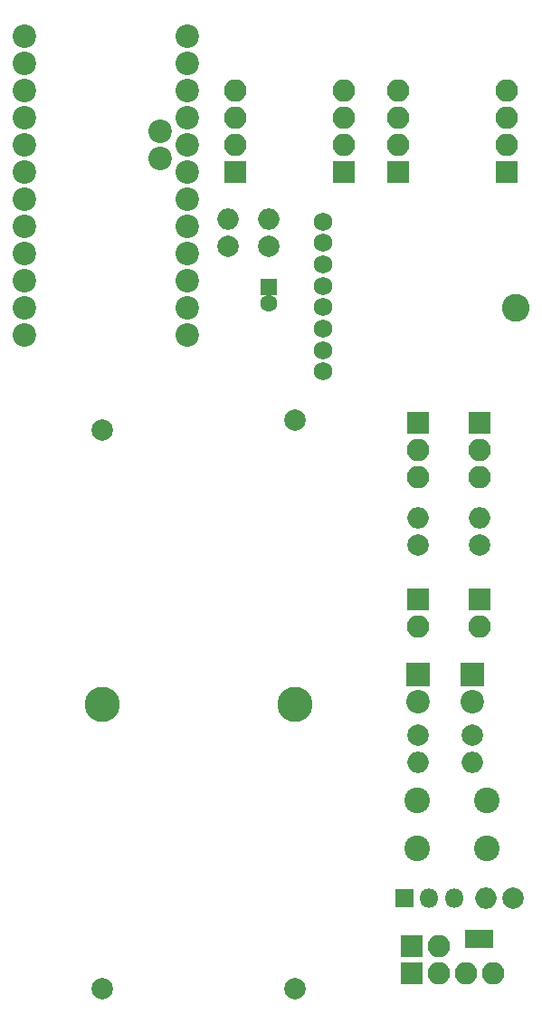
<source format=gbr>
G04 #@! TF.FileFunction,Soldermask,Bot*
%FSLAX46Y46*%
G04 Gerber Fmt 4.6, Leading zero omitted, Abs format (unit mm)*
G04 Created by KiCad (PCBNEW 4.0.7) date 05/04/18 00:13:25*
%MOMM*%
%LPD*%
G01*
G04 APERTURE LIST*
%ADD10C,0.100000*%
%ADD11R,2.200000X2.200000*%
%ADD12C,2.200000*%
%ADD13C,2.000000*%
%ADD14C,3.300000*%
%ADD15R,1.600000X1.600000*%
%ADD16C,1.600000*%
%ADD17C,2.600000*%
%ADD18C,1.750000*%
%ADD19C,2.400000*%
%ADD20R,2.100000X2.100000*%
%ADD21O,2.100000X2.100000*%
%ADD22O,2.000000X2.000000*%
%ADD23R,1.370000X1.670000*%
%ADD24R,1.800000X1.800000*%
%ADD25O,1.800000X1.800000*%
G04 APERTURE END LIST*
D10*
D11*
X144145000Y-113665000D03*
D12*
X144145000Y-116205000D03*
D13*
X127500000Y-143100000D03*
X127500000Y-89900000D03*
D14*
X127500000Y-116500000D03*
D15*
X125095000Y-77470000D03*
D16*
X125095000Y-78970000D03*
D12*
X117475000Y-81915000D03*
X117475000Y-79375000D03*
X117475000Y-76835000D03*
X117475000Y-74295000D03*
X117475000Y-71755000D03*
X117475000Y-69215000D03*
X117475000Y-66675000D03*
X117475000Y-64135000D03*
X117475000Y-61595000D03*
X117475000Y-59055000D03*
X117475000Y-56515000D03*
X117475000Y-53975000D03*
X102235000Y-53975000D03*
X102235000Y-56515000D03*
X102235000Y-59055000D03*
X102235000Y-61595000D03*
X102235000Y-64135000D03*
X102235000Y-66675000D03*
X102235000Y-69215000D03*
X102235000Y-71755000D03*
X102235000Y-74295000D03*
X102235000Y-76835000D03*
X102235000Y-79375000D03*
X102235000Y-81915000D03*
X114935000Y-65405000D03*
X114935000Y-62865000D03*
D11*
X139065000Y-113665000D03*
D12*
X139065000Y-116205000D03*
D17*
X148145500Y-79375000D03*
D18*
X130135000Y-85350000D03*
X130135000Y-71350000D03*
X130135000Y-73350000D03*
X130135000Y-75350000D03*
X130135000Y-77350000D03*
X130135000Y-79350000D03*
X130135000Y-81350000D03*
X130135000Y-83350000D03*
D19*
X138938000Y-129976000D03*
X138938000Y-125476000D03*
X145438000Y-129976000D03*
X145438000Y-125476000D03*
D20*
X138430000Y-139065000D03*
D21*
X140970000Y-139065000D03*
D20*
X147320000Y-66675000D03*
D21*
X147320000Y-64135000D03*
X147320000Y-61595000D03*
X147320000Y-59055000D03*
D20*
X121920000Y-66675000D03*
D21*
X121920000Y-64135000D03*
X121920000Y-61595000D03*
X121920000Y-59055000D03*
D20*
X138430000Y-141605000D03*
D21*
X140970000Y-141605000D03*
X143510000Y-141605000D03*
X146050000Y-141605000D03*
D13*
X109500000Y-90800000D03*
X109500000Y-143100000D03*
D14*
X109500000Y-116500000D03*
D20*
X144780000Y-106680000D03*
D21*
X144780000Y-109220000D03*
D20*
X139065000Y-106680000D03*
D21*
X139065000Y-109220000D03*
D20*
X137160000Y-66675000D03*
D21*
X137160000Y-64135000D03*
X137160000Y-61595000D03*
X137160000Y-59055000D03*
D20*
X132080000Y-66675000D03*
D21*
X132080000Y-64135000D03*
X132080000Y-61595000D03*
X132080000Y-59055000D03*
D13*
X125095000Y-73660000D03*
D22*
X125095000Y-71120000D03*
D13*
X121285000Y-73660000D03*
D22*
X121285000Y-71120000D03*
D13*
X144145000Y-119380000D03*
D22*
X144145000Y-121920000D03*
D13*
X139065000Y-119380000D03*
D22*
X139065000Y-121920000D03*
D13*
X147955000Y-134620000D03*
D22*
X145415000Y-134620000D03*
D23*
X145420000Y-138430000D03*
X144140000Y-138430000D03*
D24*
X137795000Y-134620000D03*
D25*
X140095000Y-134620000D03*
X142395000Y-134620000D03*
D13*
X139065000Y-101600000D03*
D22*
X139065000Y-99060000D03*
D13*
X144780000Y-101600000D03*
D22*
X144780000Y-99060000D03*
D20*
X144780000Y-90170000D03*
D21*
X144780000Y-92710000D03*
X144780000Y-95250000D03*
D20*
X139065000Y-90170000D03*
D21*
X139065000Y-92710000D03*
X139065000Y-95250000D03*
M02*

</source>
